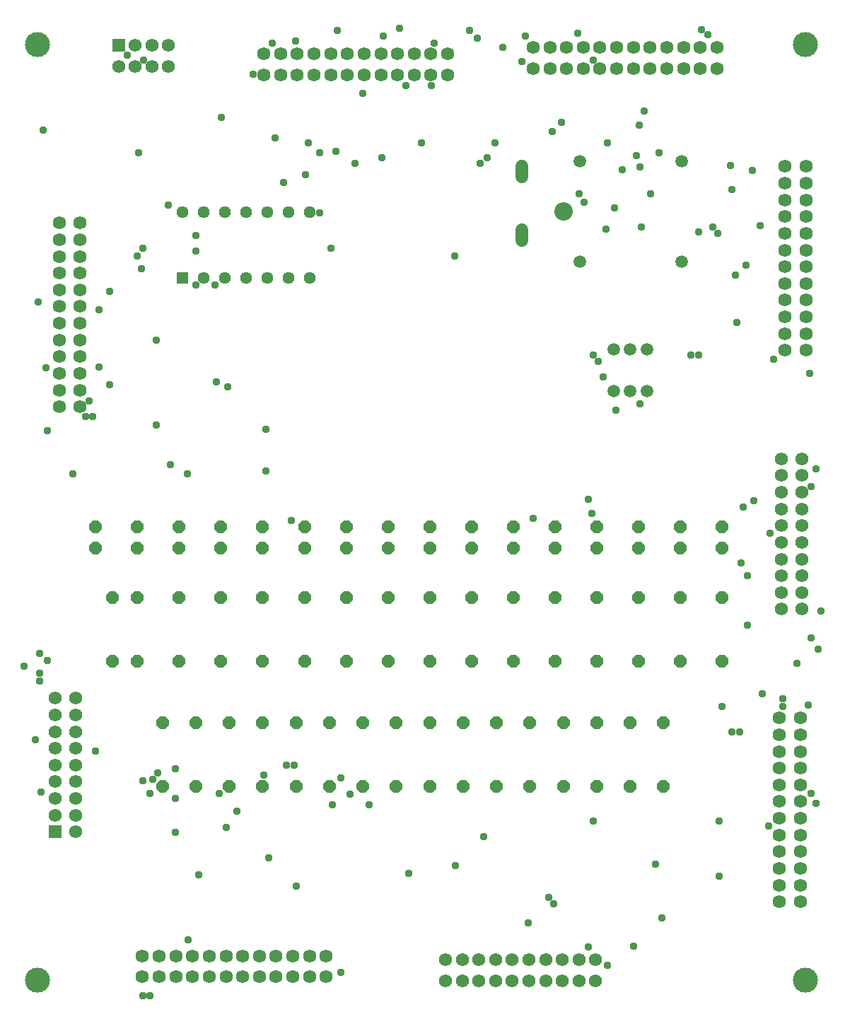
<source format=gbr>
G04 EAGLE Gerber RS-274X export*
G75*
%MOMM*%
%FSLAX34Y34*%
%LPD*%
%INSoldermask Top*%
%IPPOS*%
%AMOC8*
5,1,8,0,0,1.08239X$1,22.5*%
G01*
%ADD10C,1.584200*%
%ADD11C,1.561200*%
%ADD12R,1.561200X1.561200*%
%ADD13C,3.003200*%
%ADD14P,1.649562X8X292.500000*%
%ADD15P,1.649562X8X112.500000*%
%ADD16C,2.213200*%
%ADD17C,1.511200*%
%ADD18R,1.441200X1.441200*%
%ADD19C,1.441200*%
%ADD20C,1.524000*%
%ADD21C,0.959600*%


D10*
X953500Y353700D03*
X928500Y353700D03*
X953500Y333700D03*
X928500Y333700D03*
X953500Y313700D03*
X928500Y313700D03*
X953500Y293700D03*
X928500Y293700D03*
X953500Y273700D03*
X928500Y273700D03*
X953500Y253700D03*
X928500Y253700D03*
X953500Y233700D03*
X928500Y233700D03*
X953500Y213700D03*
X928500Y213700D03*
X953500Y193700D03*
X928500Y193700D03*
X953500Y173700D03*
X928500Y173700D03*
X953500Y153700D03*
X928500Y153700D03*
X953500Y133700D03*
X928500Y133700D03*
D11*
X708800Y39400D03*
X708800Y64400D03*
X688800Y39400D03*
X688800Y64400D03*
X668800Y39400D03*
X668800Y64400D03*
X648800Y39400D03*
X648800Y64400D03*
X628800Y39400D03*
X628800Y64400D03*
X608800Y39400D03*
X608800Y64400D03*
X588800Y39400D03*
X588800Y64400D03*
X568800Y39400D03*
X568800Y64400D03*
X548800Y39400D03*
X548800Y64400D03*
X528800Y39400D03*
X528800Y64400D03*
D12*
X137400Y1158800D03*
D11*
X137400Y1133800D03*
X157400Y1158800D03*
X157400Y1133800D03*
X177400Y1158800D03*
X177400Y1133800D03*
X197400Y1158800D03*
X197400Y1133800D03*
D10*
X960530Y1013920D03*
X935530Y1013920D03*
X960530Y993920D03*
X935530Y993920D03*
X960530Y973920D03*
X935530Y973920D03*
X960530Y953920D03*
X935530Y953920D03*
X960530Y933920D03*
X935530Y933920D03*
X960530Y913920D03*
X935530Y913920D03*
X960530Y893920D03*
X935530Y893920D03*
X960530Y873920D03*
X935530Y873920D03*
X960530Y853920D03*
X935530Y853920D03*
X960530Y833920D03*
X935530Y833920D03*
X960530Y813920D03*
X935530Y813920D03*
X960530Y793920D03*
X935530Y793920D03*
D11*
X955700Y664000D03*
X930700Y664000D03*
X955700Y644000D03*
X930700Y644000D03*
X955700Y624000D03*
X930700Y624000D03*
X955700Y604000D03*
X930700Y604000D03*
X955700Y584000D03*
X930700Y584000D03*
X955700Y564000D03*
X930700Y564000D03*
X955700Y544000D03*
X930700Y544000D03*
X955700Y524000D03*
X930700Y524000D03*
X955700Y504000D03*
X930700Y504000D03*
X955700Y484000D03*
X930700Y484000D03*
D12*
X61340Y217420D03*
D11*
X86340Y217420D03*
X61340Y237420D03*
X86340Y237420D03*
X61340Y257420D03*
X86340Y257420D03*
X61340Y277420D03*
X86340Y277420D03*
X61340Y297420D03*
X86340Y297420D03*
X61340Y317420D03*
X86340Y317420D03*
X61340Y337420D03*
X86340Y337420D03*
X61340Y357420D03*
X86340Y357420D03*
X61340Y377420D03*
X86340Y377420D03*
D10*
X386060Y43930D03*
X386060Y68930D03*
X366060Y43930D03*
X366060Y68930D03*
X346060Y43930D03*
X346060Y68930D03*
X326060Y43930D03*
X326060Y68930D03*
X306060Y43930D03*
X306060Y68930D03*
X286060Y43930D03*
X286060Y68930D03*
X266060Y43930D03*
X266060Y68930D03*
X246060Y43930D03*
X246060Y68930D03*
X226060Y43930D03*
X226060Y68930D03*
X206060Y43930D03*
X206060Y68930D03*
X186060Y43930D03*
X186060Y68930D03*
X166060Y43930D03*
X166060Y68930D03*
X311500Y1148600D03*
X311500Y1123600D03*
X331500Y1148600D03*
X331500Y1123600D03*
X351500Y1148600D03*
X351500Y1123600D03*
X371500Y1148600D03*
X371500Y1123600D03*
X391500Y1148600D03*
X391500Y1123600D03*
X411500Y1148600D03*
X411500Y1123600D03*
X431500Y1148600D03*
X431500Y1123600D03*
X451500Y1148600D03*
X451500Y1123600D03*
X471500Y1148600D03*
X471500Y1123600D03*
X491500Y1148600D03*
X491500Y1123600D03*
X511500Y1148600D03*
X511500Y1123600D03*
X531500Y1148600D03*
X531500Y1123600D03*
X66300Y726300D03*
X91300Y726300D03*
X66300Y746300D03*
X91300Y746300D03*
X66300Y766300D03*
X91300Y766300D03*
X66300Y786300D03*
X91300Y786300D03*
X66300Y806300D03*
X91300Y806300D03*
X66300Y826300D03*
X91300Y826300D03*
X66300Y846300D03*
X91300Y846300D03*
X66300Y866300D03*
X91300Y866300D03*
X66300Y886300D03*
X91300Y886300D03*
X66300Y906300D03*
X91300Y906300D03*
X66300Y926300D03*
X91300Y926300D03*
X66300Y946300D03*
X91300Y946300D03*
X633810Y1156350D03*
X633810Y1131350D03*
X653810Y1156350D03*
X653810Y1131350D03*
X673810Y1156350D03*
X673810Y1131350D03*
X693810Y1156350D03*
X693810Y1131350D03*
X713810Y1156350D03*
X713810Y1131350D03*
X733810Y1156350D03*
X733810Y1131350D03*
X753810Y1156350D03*
X753810Y1131350D03*
X773810Y1156350D03*
X773810Y1131350D03*
X793810Y1156350D03*
X793810Y1131350D03*
X813810Y1156350D03*
X813810Y1131350D03*
X833810Y1156350D03*
X833810Y1131350D03*
X853810Y1156350D03*
X853810Y1131350D03*
D13*
X40000Y40000D03*
X960000Y40000D03*
X960000Y1160000D03*
X40000Y1160000D03*
D14*
X810000Y498100D03*
X810000Y421900D03*
X760000Y498100D03*
X760000Y421900D03*
X710000Y498100D03*
X710000Y421900D03*
X660000Y498100D03*
X660000Y421900D03*
X610000Y498100D03*
X610000Y421900D03*
X560000Y498100D03*
X560000Y421900D03*
X510000Y498100D03*
X510000Y421900D03*
X460000Y498100D03*
X460000Y421900D03*
X410000Y498100D03*
X410000Y421900D03*
X360000Y498100D03*
X360000Y421900D03*
X310000Y498100D03*
X310000Y421900D03*
X260000Y498100D03*
X260000Y421900D03*
X210000Y498100D03*
X210000Y421900D03*
X160000Y498100D03*
X160000Y421900D03*
X130000Y498100D03*
X130000Y421900D03*
X860000Y498100D03*
X860000Y421900D03*
D15*
X810000Y557300D03*
X810000Y582700D03*
X760000Y557300D03*
X760000Y582700D03*
X710000Y557300D03*
X710000Y582700D03*
X660000Y557300D03*
X660000Y582700D03*
X610000Y557300D03*
X610000Y582700D03*
X560000Y557300D03*
X560000Y582700D03*
X510000Y557300D03*
X510000Y582700D03*
X460000Y557300D03*
X460000Y582700D03*
X410000Y557300D03*
X410000Y582700D03*
X360000Y557300D03*
X360000Y582700D03*
X310000Y557300D03*
X310000Y582700D03*
X260000Y557300D03*
X260000Y582700D03*
X210000Y557300D03*
X210000Y582700D03*
X160000Y557300D03*
X160000Y582700D03*
X110000Y557300D03*
X110000Y582700D03*
X860000Y557300D03*
X860000Y582700D03*
D16*
X670000Y960000D03*
D17*
X690000Y1020000D03*
X690000Y900000D03*
X812000Y1020000D03*
X812000Y900000D03*
X730000Y745000D03*
X750000Y745000D03*
X770000Y745000D03*
X730000Y795000D03*
X750000Y795000D03*
X770000Y795000D03*
D14*
X790000Y348100D03*
X790000Y271900D03*
X750000Y348100D03*
X750000Y271900D03*
X710000Y348100D03*
X710000Y271900D03*
X670000Y348100D03*
X670000Y271900D03*
X630000Y348100D03*
X630000Y271900D03*
X590000Y348100D03*
X590000Y271900D03*
X550000Y348100D03*
X550000Y271900D03*
X510000Y348100D03*
X510000Y271900D03*
X470000Y348100D03*
X470000Y271900D03*
X430000Y348100D03*
X430000Y271900D03*
X390000Y348100D03*
X390000Y271900D03*
X350000Y348100D03*
X350000Y271900D03*
X310000Y348100D03*
X310000Y271900D03*
X270000Y348100D03*
X270000Y271900D03*
X230000Y348100D03*
X230000Y271900D03*
X190000Y348100D03*
X190000Y271900D03*
D18*
X213800Y880300D03*
D19*
X239200Y880300D03*
X264600Y880300D03*
X290000Y880300D03*
X315400Y880300D03*
X340800Y880300D03*
X366200Y880300D03*
X366200Y959700D03*
X340800Y959700D03*
X315400Y959700D03*
X290000Y959700D03*
X264600Y959700D03*
X239200Y959700D03*
X213800Y959700D03*
D20*
X620000Y1001496D02*
X620000Y1014704D01*
X620000Y938504D02*
X620000Y925296D01*
D21*
X774192Y981456D03*
X109728Y313944D03*
X350520Y152400D03*
X856488Y164592D03*
X167640Y1141476D03*
X656844Y1056132D03*
X922020Y783336D03*
X877824Y827532D03*
X740664Y1010412D03*
X348996Y1164336D03*
X106680Y714756D03*
X164592Y891540D03*
X196596Y967740D03*
X780288Y178308D03*
X160020Y906780D03*
X260604Y1072896D03*
X512064Y1110996D03*
X481584Y1110996D03*
X870204Y1014984D03*
X784860Y1030224D03*
X722376Y1042416D03*
X205740Y216408D03*
X316992Y185928D03*
X414528Y262128D03*
X705612Y230124D03*
X633984Y592836D03*
X859536Y367284D03*
X832104Y787908D03*
X620268Y1139952D03*
X233172Y166116D03*
X347472Y297180D03*
X205740Y257556D03*
X437388Y249936D03*
X393192Y249936D03*
X199644Y656844D03*
X932688Y376428D03*
X364236Y1042416D03*
X499872Y1042416D03*
X588264Y1042416D03*
X871728Y986028D03*
X731520Y964692D03*
X822960Y787908D03*
X888492Y896112D03*
X757428Y1027176D03*
X876300Y883920D03*
X230124Y871728D03*
X338328Y297180D03*
X166116Y278892D03*
X403860Y281940D03*
X254508Y755904D03*
X762000Y729996D03*
X760476Y1063752D03*
X848868Y941832D03*
X377952Y1030224D03*
X377952Y958596D03*
X252984Y871728D03*
X854964Y934212D03*
X766572Y1080516D03*
X361188Y1004316D03*
X579120Y1024128D03*
X452628Y1024128D03*
X890016Y524256D03*
X890016Y464820D03*
X880872Y336804D03*
X205740Y292608D03*
X310896Y284988D03*
X717804Y762000D03*
X484632Y167640D03*
X871728Y336804D03*
X763524Y941832D03*
X184404Y288036D03*
X102108Y733044D03*
X335280Y995172D03*
X166116Y915924D03*
X569976Y1018032D03*
X420624Y1018032D03*
X397764Y1031748D03*
X278892Y242316D03*
X257556Y263652D03*
X832104Y935736D03*
X762000Y1013460D03*
X324612Y1048512D03*
X429768Y1101852D03*
X667512Y1066800D03*
X566928Y1167384D03*
X908304Y382524D03*
X266700Y222504D03*
X114300Y842772D03*
X114300Y774192D03*
X541020Y176784D03*
X699516Y615696D03*
X220980Y88392D03*
X344424Y589788D03*
X178308Y280416D03*
X403860Y48768D03*
X966216Y263652D03*
X694944Y970788D03*
X720852Y938784D03*
X949452Y419100D03*
X51816Y422148D03*
X51816Y697992D03*
X454152Y1170432D03*
X687324Y1173480D03*
X704088Y598932D03*
X688848Y981456D03*
X705612Y787908D03*
X47244Y1057656D03*
X147828Y1147572D03*
X966216Y630936D03*
X905256Y943356D03*
X41148Y851916D03*
X175260Y263652D03*
X627888Y108204D03*
X574548Y211836D03*
X915924Y224028D03*
X24384Y416052D03*
X42672Y397764D03*
X917448Y574548D03*
X882396Y539496D03*
X161544Y1030224D03*
X972312Y251460D03*
X963168Y368808D03*
X842772Y1171956D03*
X722376Y57912D03*
X42672Y431292D03*
X42672Y406908D03*
X44196Y265176D03*
X82296Y646176D03*
X399288Y1176528D03*
X557784Y1176528D03*
X658368Y131064D03*
X885444Y606552D03*
X856488Y230124D03*
X964692Y766572D03*
X896112Y1008888D03*
X50292Y772668D03*
X230124Y931164D03*
X230124Y912876D03*
X699516Y79248D03*
X835152Y1178052D03*
X975360Y435864D03*
X978408Y481584D03*
X268224Y749808D03*
X733044Y722376D03*
X515112Y1161288D03*
X754380Y80772D03*
X897636Y614172D03*
X972312Y652272D03*
X624840Y1170432D03*
X298704Y1124712D03*
X787908Y114300D03*
X932688Y367284D03*
X321564Y1161288D03*
X597408Y1156716D03*
X473964Y1179576D03*
X166116Y21336D03*
X966216Y449580D03*
X175260Y21336D03*
X711708Y780288D03*
X652272Y138684D03*
X126492Y864108D03*
X126492Y752856D03*
X219456Y646176D03*
X539496Y906780D03*
X705612Y1141476D03*
X97536Y714756D03*
X38100Y327660D03*
X182880Y704088D03*
X182880Y806196D03*
X313944Y699516D03*
X313944Y649224D03*
X391668Y915924D03*
M02*

</source>
